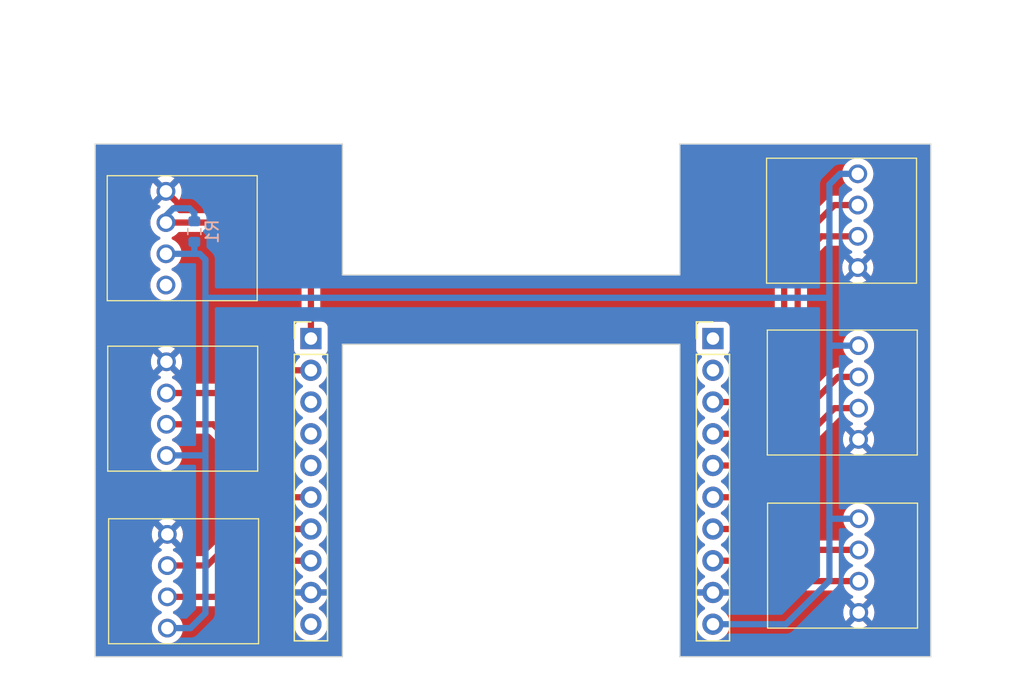
<source format=kicad_pcb>
(kicad_pcb (version 20221018) (generator pcbnew)
  (layers (0 "F.Cu" signal) (31 "B.Cu" signal) (34 "B.Paste" user) (35 "F.Paste" user) (36 "B.SilkS" user "B.Silkscreen") (37 "F.SilkS" user "F.Silkscreen") (38 "B.Mask" user) (39 "F.Mask" user) (44 "Edge.Cuts" user))
  (net 0 "")
  (net 4 "IO_37")
  (net 5 "IO_36")
  (net 7 "IO_48")
  (net 8 "IO_47")
  (net 9 "IO_21")
  (net 10 "GND")
  (net 12 "IO_09")
  (net 13 "IO_10")
  (net 14 "IO_11")
  (net 15 "IO_12")
  (net 16 "IO_13")
  (net 17 "IO_14")
  (net 18 "PMU_DC_DC5")
  (footprint "Empreintes:1989764" (layer "F.Cu") (at 168.32 105.46 90)
    (fp_text reference "J3" hide)
    (fp_text value "Conn_01x04" hide)
    (fp_line (start -1.25 -7.3) (end 8.75 -7.3) (stroke (width 0.1)) (layer "F.SilkS"))
    (fp_line (start -1.25 4.7) (end -1.25 -7.3) (stroke (width 0.1)) (layer "F.SilkS"))
    (fp_line (start 8.75 -7.3) (end 8.75 4.7) (stroke (width 0.1)) (layer "F.SilkS"))
    (fp_line (start 8.75 4.7) (end -1.25 4.7) (stroke (width 0.1)) (layer "F.SilkS"))
    (pad "1" thru_hole circle (at 0 0 90) (size 1.5 1.5) (drill 1) (layers "*.Cu" "*.Mask") (net 10 "GND"))
    (pad "2" thru_hole circle (at 2.5 0 90) (size 1.5 1.5) (drill 1) (layers "*.Cu" "*.Mask") (net 17 "IO_14"))
    (pad "3" thru_hole circle (at 5 0 90) (size 1.5 1.5) (drill 1) (layers "*.Cu" "*.Mask") (net 16 "IO_13"))
    (pad "4" thru_hole circle (at 7.5 0 90) (size 1.5 1.5) (drill 1) (layers "*.Cu" "*.Mask") (net 18 "PMU_DC_DC5"))
  )
  (footprint "Connector_PinHeader_2.54mm:PinHeader_1x10_P2.54mm_Vertical" (layer "F.Cu") (at 124.48 83.54)
    (fp_text reference "J1" hide)
    (fp_text value "Conn_01x10" hide)
    (fp_line (start -1.33 -1.33) (end 0 -1.33) (stroke (width 0.12)) (layer "F.SilkS"))
    (fp_line (start -1.33 0) (end -1.33 -1.33) (stroke (width 0.12)) (layer "F.SilkS"))
    (fp_line (start -1.33 1.27) (end -1.33 24.19) (stroke (width 0.12)) (layer "F.SilkS"))
    (fp_line (start -1.33 1.27) (end 1.33 1.27) (stroke (width 0.12)) (layer "F.SilkS"))
    (fp_line (start -1.33 24.19) (end 1.33 24.19) (stroke (width 0.12)) (layer "F.SilkS"))
    (fp_line (start 1.33 1.27) (end 1.33 24.19) (stroke (width 0.12)) (layer "F.SilkS"))
    (pad "1" thru_hole rect locked (at 0 0) (size 1.7 1.7) (drill 1) (layers "*.Cu" "*.Mask") (net 4 "IO_37"))
    (pad "2" thru_hole oval locked (at 0 2.54) (size 1.7 1.7) (drill 1) (layers "*.Cu" "*.Mask") (net 5 "IO_36"))
    (pad "3" thru_hole oval locked (at 0 5.08) (size 1.7 1.7) (drill 1) (layers "*.Cu" "*.Mask"))
    (pad "4" thru_hole oval locked (at 0 7.62) (size 1.7 1.7) (drill 1) (layers "*.Cu" "*.Mask"))
    (pad "5" thru_hole oval locked (at 0 10.16) (size 1.7 1.7) (drill 1) (layers "*.Cu" "*.Mask"))
    (pad "6" thru_hole oval locked (at 0 12.7) (size 1.7 1.7) (drill 1) (layers "*.Cu" "*.Mask") (net 7 "IO_48"))
    (pad "7" thru_hole oval locked (at 0 15.24) (size 1.7 1.7) (drill 1) (layers "*.Cu" "*.Mask") (net 8 "IO_47"))
    (pad "8" thru_hole oval locked (at 0 17.78) (size 1.7 1.7) (drill 1) (layers "*.Cu" "*.Mask") (net 9 "IO_21"))
    (pad "9" thru_hole oval locked (at 0 20.32) (size 1.7 1.7) (drill 1) (layers "*.Cu" "*.Mask") (net 10 "GND"))
    (pad "10" thru_hole oval locked (at 0 22.86) (size 1.7 1.7) (drill 1) (layers "*.Cu" "*.Mask"))
  )
  (footprint "Connector_PinHeader_2.54mm:PinHeader_1x10_P2.54mm_Vertical" (layer "F.Cu") (at 156.65 83.54)
    (fp_text reference "J2" hide)
    (fp_text value "Conn_01x10" hide)
    (fp_line (start -1.33 -1.33) (end 0 -1.33) (stroke (width 0.12)) (layer "F.SilkS"))
    (fp_line (start -1.33 0) (end -1.33 -1.33) (stroke (width 0.12)) (layer "F.SilkS"))
    (fp_line (start -1.33 1.27) (end -1.33 24.19) (stroke (width 0.12)) (layer "F.SilkS"))
    (fp_line (start -1.33 1.27) (end 1.33 1.27) (stroke (width 0.12)) (layer "F.SilkS"))
    (fp_line (start -1.33 24.19) (end 1.33 24.19) (stroke (width 0.12)) (layer "F.SilkS"))
    (fp_line (start 1.33 1.27) (end 1.33 24.19) (stroke (width 0.12)) (layer "F.SilkS"))
    (pad "1" thru_hole rect locked (at 0 0) (size 1.7 1.7) (drill 1) (layers "*.Cu" "*.Mask"))
    (pad "2" thru_hole oval locked (at 0 2.54) (size 1.7 1.7) (drill 1) (layers "*.Cu" "*.Mask"))
    (pad "3" thru_hole oval locked (at 0 5.08) (size 1.7 1.7) (drill 1) (layers "*.Cu" "*.Mask") (net 12 "IO_09"))
    (pad "4" thru_hole oval locked (at 0 7.62) (size 1.7 1.7) (drill 1) (layers "*.Cu" "*.Mask") (net 13 "IO_10"))
    (pad "5" thru_hole oval locked (at 0 10.16) (size 1.7 1.7) (drill 1) (layers "*.Cu" "*.Mask") (net 14 "IO_11"))
    (pad "6" thru_hole oval locked (at 0 12.7) (size 1.7 1.7) (drill 1) (layers "*.Cu" "*.Mask") (net 15 "IO_12"))
    (pad "7" thru_hole oval locked (at 0 15.24) (size 1.7 1.7) (drill 1) (layers "*.Cu" "*.Mask") (net 16 "IO_13"))
    (pad "8" thru_hole oval locked (at 0 17.78) (size 1.7 1.7) (drill 1) (layers "*.Cu" "*.Mask") (net 17 "IO_14"))
    (pad "9" thru_hole oval locked (at 0 20.32) (size 1.7 1.7) (drill 1) (layers "*.Cu" "*.Mask") (net 10 "GND"))
    (pad "10" thru_hole oval locked (at 0 22.86) (size 1.7 1.7) (drill 1) (layers "*.Cu" "*.Mask") (net 18 "PMU_DC_DC5"))
  )
  (footprint "Empreintes:1989764" (layer "F.Cu") (at 168.24 77.86 90)
    (fp_text reference "J8" hide)
    (fp_text value "Conn_01x04" hide)
    (fp_line (start -1.25 -7.3) (end 8.75 -7.3) (stroke (width 0.1)) (layer "F.SilkS"))
    (fp_line (start -1.25 4.7) (end -1.25 -7.3) (stroke (width 0.1)) (layer "F.SilkS"))
    (fp_line (start 8.75 -7.3) (end 8.75 4.7) (stroke (width 0.1)) (layer "F.SilkS"))
    (fp_line (start 8.75 4.7) (end -1.25 4.7) (stroke (width 0.1)) (layer "F.SilkS"))
    (pad "1" thru_hole circle (at 0 0 90) (size 1.5 1.5) (drill 1) (layers "*.Cu" "*.Mask") (net 10 "GND"))
    (pad "2" thru_hole circle (at 2.5 0 90) (size 1.5 1.5) (drill 1) (layers "*.Cu" "*.Mask") (net 13 "IO_10"))
    (pad "3" thru_hole circle (at 5 0 90) (size 1.5 1.5) (drill 1) (layers "*.Cu" "*.Mask") (net 12 "IO_09"))
    (pad "4" thru_hole circle (at 7.5 0 90) (size 1.5 1.5) (drill 1) (layers "*.Cu" "*.Mask") (net 18 "PMU_DC_DC5"))
  )
  (footprint "Empreintes:1989764" (layer "F.Cu") (at 112.88 71.76 -90)
    (fp_text reference "J7" hide)
    (fp_text value "Conn_01x03" hide)
    (fp_line (start -1.25 -7.3) (end 8.75 -7.3) (stroke (width 0.1)) (layer "F.SilkS"))
    (fp_line (start -1.25 4.7) (end -1.25 -7.3) (stroke (width 0.1)) (layer "F.SilkS"))
    (fp_line (start 8.75 -7.3) (end 8.75 4.7) (stroke (width 0.1)) (layer "F.SilkS"))
    (fp_line (start 8.75 4.7) (end -1.25 4.7) (stroke (width 0.1)) (layer "F.SilkS"))
    (pad "1" thru_hole circle (at 0 0 270) (size 1.5 1.5) (drill 1) (layers "*.Cu" "*.Mask") (net 10 "GND"))
    (pad "2" thru_hole circle (at 2.5 0 270) (size 1.5 1.5) (drill 1) (layers "*.Cu" "*.Mask") (net 4 "IO_37"))
    (pad "3" thru_hole circle (at 5 0 270) (size 1.5 1.5) (drill 1) (layers "*.Cu" "*.Mask") (net 18 "PMU_DC_DC5"))
    (pad "4" thru_hole circle (at 7.5 0 270) (size 1.5 1.5) (drill 1) (layers "*.Cu" "*.Mask"))
  )
  (footprint "Empreintes:1989764" (layer "F.Cu") (at 168.3 91.61 90)
    (fp_text reference "J4" hide)
    (fp_text value "Conn_01x04" hide)
    (fp_line (start -1.25 -7.3) (end 8.75 -7.3) (stroke (width 0.1)) (layer "F.SilkS"))
    (fp_line (start -1.25 4.7) (end -1.25 -7.3) (stroke (width 0.1)) (layer "F.SilkS"))
    (fp_line (start 8.75 -7.3) (end 8.75 4.7) (stroke (width 0.1)) (layer "F.SilkS"))
    (fp_line (start 8.75 4.7) (end -1.25 4.7) (stroke (width 0.1)) (layer "F.SilkS"))
    (pad "1" thru_hole circle (at 0 0 90) (size 1.5 1.5) (drill 1) (layers "*.Cu" "*.Mask") (net 10 "GND"))
    (pad "2" thru_hole circle (at 2.5 0 90) (size 1.5 1.5) (drill 1) (layers "*.Cu" "*.Mask") (net 15 "IO_12"))
    (pad "3" thru_hole circle (at 5 0 90) (size 1.5 1.5) (drill 1) (layers "*.Cu" "*.Mask") (net 14 "IO_11"))
    (pad "4" thru_hole circle (at 7.5 0 90) (size 1.5 1.5) (drill 1) (layers "*.Cu" "*.Mask") (net 18 "PMU_DC_DC5"))
  )
  (footprint "Empreintes:1989764" (layer "F.Cu") (at 112.92 85.4 -90)
    (fp_text reference "J6" hide)
    (fp_text value "Conn_01x04" hide)
    (fp_line (start -1.25 -7.3) (end 8.75 -7.3) (stroke (width 0.1)) (layer "F.SilkS"))
    (fp_line (start -1.25 4.7) (end -1.25 -7.3) (stroke (width 0.1)) (layer "F.SilkS"))
    (fp_line (start 8.75 -7.3) (end 8.75 4.7) (stroke (width 0.1)) (layer "F.SilkS"))
    (fp_line (start 8.75 4.7) (end -1.25 4.7) (stroke (width 0.1)) (layer "F.SilkS"))
    (pad "1" thru_hole circle (at 0 0 270) (size 1.5 1.5) (drill 1) (layers "*.Cu" "*.Mask") (net 10 "GND"))
    (pad "2" thru_hole circle (at 2.5 0 270) (size 1.5 1.5) (drill 1) (layers "*.Cu" "*.Mask") (net 5 "IO_36"))
    (pad "3" thru_hole circle (at 5 0 270) (size 1.5 1.5) (drill 1) (layers "*.Cu" "*.Mask") (net 7 "IO_48"))
    (pad "4" thru_hole circle (at 7.5 0 270) (size 1.5 1.5) (drill 1) (layers "*.Cu" "*.Mask") (net 18 "PMU_DC_DC5"))
  )
  (footprint "Empreintes:1989764" (layer "F.Cu") (at 112.99 99.21 -90)
    (fp_text reference "J5" hide)
    (fp_text value "Conn_01x04" hide)
    (fp_line (start -1.25 -7.3) (end 8.75 -7.3) (stroke (width 0.1)) (layer "F.SilkS"))
    (fp_line (start -1.25 4.7) (end -1.25 -7.3) (stroke (width 0.1)) (layer "F.SilkS"))
    (fp_line (start 8.75 -7.3) (end 8.75 4.7) (stroke (width 0.1)) (layer "F.SilkS"))
    (fp_line (start 8.75 4.7) (end -1.25 4.7) (stroke (width 0.1)) (layer "F.SilkS"))
    (pad "1" thru_hole circle (at 0 0 270) (size 1.5 1.5) (drill 1) (layers "*.Cu" "*.Mask") (net 10 "GND"))
    (pad "2" thru_hole circle (at 2.5 0 270) (size 1.5 1.5) (drill 1) (layers "*.Cu" "*.Mask") (net 8 "IO_47"))
    (pad "3" thru_hole circle (at 5 0 270) (size 1.5 1.5) (drill 1) (layers "*.Cu" "*.Mask") (net 9 "IO_21"))
    (pad "4" thru_hole circle (at 7.5 0 270) (size 1.5 1.5) (drill 1) (layers "*.Cu" "*.Mask") (net 18 "PMU_DC_DC5"))
  )
  (footprint "Resistor_SMD:R_0603_1608Metric" (layer "B.Cu") (at 115.15 74.98 90)
    (fp_text reference "R1" (at 0 1.43 90) (layer "B.SilkS") (effects (justify mirror)))
    (fp_text value "4.7k")
    (fp_line (start -0.237258 -0.5225) (end 0.237258 -0.5225) (stroke (width 0.12)) (layer "B.SilkS"))
    (fp_line (start -0.237258 0.5225) (end 0.237258 0.5225) (stroke (width 0.12)) (layer "B.SilkS"))
    (pad "1" smd roundrect (at -0.825 0 90) (size 0.8 0.95) (layers "B.Cu" "B.Paste" "B.Mask") (net 18 "PMU_DC_DC5"))
    (pad "2" smd roundrect (at 0.825 0 90) (size 0.8 0.95) (layers "B.Cu" "B.Paste" "B.Mask") (net 4 "IO_37"))
  )
  (gr_line (start 154 67.97) (end 174.08 67.97) (stroke (width 0.1)) (layer "Edge.Cuts"))
  (gr_line (start 154 84) (end 127 84) (stroke (width 0.1)) (layer "Edge.Cuts"))
  (gr_line (start 154 84) (end 154 109) (stroke (width 0.1)) (layer "Edge.Cuts"))
  (gr_line (start 174.08 67.97) (end 174.08 109) (stroke (width 0.1)) (layer "Edge.Cuts"))
  (gr_line (start 154 78.45) (end 127 78.45) (stroke (width 0.1)) (layer "Edge.Cuts"))
  (gr_line (start 127 78.45) (end 127 67.97) (stroke (width 0.1)) (layer "Edge.Cuts"))
  (gr_line (start 154 67.97) (end 154 78.45) (stroke (width 0.1)) (layer "Edge.Cuts"))
  (gr_line (start 154 109) (end 174.08 109) (stroke (width 0.1)) (layer "Edge.Cuts"))
  (gr_line (start 107.21 67.97) (end 107.21 109) (stroke (width 0.1)) (layer "Edge.Cuts"))
  (gr_line (start 127 84) (end 127 109) (stroke (width 0.1)) (layer "Edge.Cuts"))
  (gr_line (start 127 109) (end 107.21 109) (stroke (width 0.1)) (layer "Edge.Cuts"))
  (gr_line (start 107.21 67.97) (end 127 67.97) (stroke (width 0.1)) (layer "Edge.Cuts"))
  (segment (start 121.91 74.26) (end 112.88 74.26) (width 0.5) (layer "F.Cu") (net 4))
  (segment (start 124.48 83.54) (end 124.48 76.83) (width 0.5) (layer "F.Cu") (net 4))
  (segment (start 124.48 76.83) (end 121.91 74.26) (width 0.5) (layer "F.Cu") (net 4))
  (segment (start 112.88 73.71) (end 112.88 74.26) (width 0.5) (layer "B.Cu") (net 4))
  (segment (start 114.76 73.12) (end 113.47 73.12) (width 0.5) (layer "B.Cu") (net 4))
  (segment (start 115.15 74.155) (end 115.15 73.51) (width 0.5) (layer "B.Cu") (net 4))
  (segment (start 115.15 73.51) (end 114.76 73.12) (width 0.5) (layer "B.Cu") (net 4))
  (segment (start 113.47 73.12) (end 112.88 73.71) (width 0.5) (layer "B.Cu") (net 4))
  (segment (start 124.48 86.08) (end 120.94 86.08) (width 0.5) (layer "F.Cu") (net 5))
  (segment (start 119.12 87.9) (end 112.92 87.9) (width 0.5) (layer "F.Cu") (net 5))
  (segment (start 120.94 86.08) (end 119.12 87.9) (width 0.5) (layer "F.Cu") (net 5))
  (segment (start 112.92 90.4) (end 116.66 90.4) (width 0.5) (layer "F.Cu") (net 7))
  (segment (start 116.66 90.4) (end 122.5 96.24) (width 0.5) (layer "F.Cu") (net 7))
  (segment (start 122.5 96.24) (end 124.48 96.24) (width 0.5) (layer "F.Cu") (net 7))
  (segment (start 113 101.7) (end 116.18 101.7) (width 0.5) (layer "F.Cu") (net 8))
  (segment (start 116.18 101.7) (end 119.1 98.78) (width 0.5) (layer "F.Cu") (net 8))
  (segment (start 112.99 101.71) (end 113 101.7) (width 0.5) (layer "F.Cu") (net 8))
  (segment (start 119.1 98.78) (end 124.48 98.78) (width 0.5) (layer "F.Cu") (net 8))
  (segment (start 119.75 101.32) (end 124.48 101.32) (width 0.5) (layer "F.Cu") (net 9))
  (segment (start 116.86 104.21) (end 119.75 101.32) (width 0.5) (layer "F.Cu") (net 9))
  (segment (start 112.99 104.21) (end 116.86 104.21) (width 0.5) (layer "F.Cu") (net 9))
  (segment (start 162.35 85.55) (end 162.35 76.88) (width 0.5) (layer "F.Cu") (net 12))
  (segment (start 166.37 72.86) (end 168.24 72.86) (width 0.5) (layer "F.Cu") (net 12))
  (segment (start 156.65 88.62) (end 159.28 88.62) (width 0.5) (layer "F.Cu") (net 12))
  (segment (start 162.35 76.88) (end 166.37 72.86) (width 0.5) (layer "F.Cu") (net 12))
  (segment (start 159.28 88.62) (end 162.35 85.55) (width 0.5) (layer "F.Cu") (net 12))
  (segment (start 165.33 75.36) (end 168.24 75.36) (width 0.5) (layer "F.Cu") (net 13))
  (segment (start 159.2 91.16) (end 163.43 86.93) (width 0.5) (layer "F.Cu") (net 13))
  (segment (start 156.65 91.16) (end 159.2 91.16) (width 0.5) (layer "F.Cu") (net 13))
  (segment (start 163.43 86.93) (end 163.43 77.26) (width 0.5) (layer "F.Cu") (net 13))
  (segment (start 163.43 77.26) (end 165.33 75.36) (width 0.5) (layer "F.Cu") (net 13))
  (segment (start 156.65 93.7) (end 159.58 93.7) (width 0.5) (layer "F.Cu") (net 14))
  (segment (start 166.67 86.61) (end 168.3 86.61) (width 0.5) (layer "F.Cu") (net 14))
  (segment (start 159.58 93.7) (end 166.67 86.61) (width 0.5) (layer "F.Cu") (net 14))
  (segment (start 166.38 89.11) (end 168.3 89.11) (width 0.5) (layer "F.Cu") (net 15))
  (segment (start 159.25 96.24) (end 166.38 89.11) (width 0.5) (layer "F.Cu") (net 15))
  (segment (start 156.65 96.24) (end 159.25 96.24) (width 0.5) (layer "F.Cu") (net 15))
  (segment (start 168.32 100.46) (end 168.31 100.45) (width 0.5) (layer "F.Cu") (net 16))
  (segment (start 168.31 100.45) (end 163.8 100.45) (width 0.5) (layer "F.Cu") (net 16))
  (segment (start 162.13 98.78) (end 156.65 98.78) (width 0.5) (layer "F.Cu") (net 16))
  (segment (start 163.8 100.45) (end 162.13 98.78) (width 0.5) (layer "F.Cu") (net 16))
  (segment (start 168.31 102.95) (end 168.32 102.96) (width 0.5) (layer "F.Cu") (net 17))
  (segment (start 162.03 102.95) (end 168.31 102.95) (width 0.5) (layer "F.Cu") (net 17))
  (segment (start 160.4 101.32) (end 162.03 102.95) (width 0.5) (layer "F.Cu") (net 17))
  (segment (start 156.65 101.32) (end 160.4 101.32) (width 0.5) (layer "F.Cu") (net 17))
  (segment (start 168.3 84.11) (end 166.16 84.11) (width 0.5) (layer "B.Cu") (net 18))
  (segment (start 165.97 75.76) (end 165.97 71.21) (width 0.5) (layer "B.Cu") (net 18))
  (segment (start 165.97 80.28) (end 165.97 75.76) (width 0.5) (layer "B.Cu") (net 18))
  (segment (start 165.98 97.96) (end 168.32 97.96) (width 0.5) (layer "B.Cu") (net 18))
  (segment (start 165.97 85.13) (end 165.97 75.76) (width 0.5) (layer "B.Cu") (net 18))
  (segment (start 115.58 76.76) (end 116.04 77.22) (width 0.5) (layer "B.Cu") (net 18))
  (segment (start 116.04 80.28) (end 165.97 80.28) (width 0.5) (layer "B.Cu") (net 18))
  (segment (start 165.97 87.62) (end 165.97 85.13) (width 0.5) (layer "B.Cu") (net 18))
  (segment (start 116.04 92.48) (end 116.04 105.51) (width 0.5) (layer "B.Cu") (net 18))
  (segment (start 115.15 76.75) (end 115.14 76.76) (width 0.5) (layer "B.Cu") (net 18))
  (segment (start 165.97 97.95) (end 165.98 97.96) (width 0.5) (layer "B.Cu") (net 18))
  (segment (start 156.65 106.4) (end 162.49 106.4) (width 0.5) (layer "B.Cu") (net 18))
  (segment (start 115.98 92.89) (end 116.04 92.95) (width 0.5) (layer "B.Cu") (net 18))
  (segment (start 112.88 76.76) (end 115.14 76.76) (width 0.5) (layer "B.Cu") (net 18))
  (segment (start 165.97 102.92) (end 165.97 98.57) (width 0.5) (layer "B.Cu") (net 18))
  (segment (start 112.92 92.9) (end 112.93 92.89) (width 0.5) (layer "B.Cu") (net 18))
  (segment (start 115.14 76.76) (end 115.58 76.76) (width 0.5) (layer "B.Cu") (net 18))
  (segment (start 166.82 70.36) (end 168.24 70.36) (width 0.5) (layer "B.Cu") (net 18))
  (segment (start 165.97 71.21) (end 166.82 70.36) (width 0.5) (layer "B.Cu") (net 18))
  (segment (start 115.15 75.805) (end 115.15 76.75) (width 0.5) (layer "B.Cu") (net 18))
  (segment (start 114.84 106.71) (end 112.99 106.71) (width 0.5) (layer "B.Cu") (net 18))
  (segment (start 116.04 77.22) (end 116.04 92.48) (width 0.5) (layer "B.Cu") (net 18))
  (segment (start 162.49 106.4) (end 165.97 102.92) (width 0.5) (layer "B.Cu") (net 18))
  (segment (start 116.04 105.51) (end 114.84 106.71) (width 0.5) (layer "B.Cu") (net 18))
  (segment (start 166.16 84.11) (end 165.97 84.3) (width 0.5) (layer "B.Cu") (net 18))
  (segment (start 165.97 98.57) (end 165.97 87.62) (width 0.5) (layer "B.Cu") (net 18))
  (segment (start 112.93 92.89) (end 115.98 92.89) (width 0.5) (layer "B.Cu") (net 18))
  (zone (net 10) (net_name "GND") (layers "F&B.Cu") (connect_pads (clearance 0.5)) (min_thickness 0.25) (fill yes (thermal_gap 0.5) (thermal_bridge_width 0.5))
    (polygon (pts (xy 101.18 58.26) (xy 101.29 111.17) (xy 180.25 110.9) (xy 178.83 58.64)))
  )
  (zone (net 10) (net_name "GND") (layer "B.Cu") (priority 1) (connect_pads (clearance 0.5)) (min_thickness 0.25) (fill yes (thermal_gap 0.5) (thermal_bridge_width 0.5))
    (polygon (pts (xy 99.98 56.89) (xy 99.6 111.39) (xy 181.56 111.77) (xy 179.54 56.45)))
  )
)
</source>
